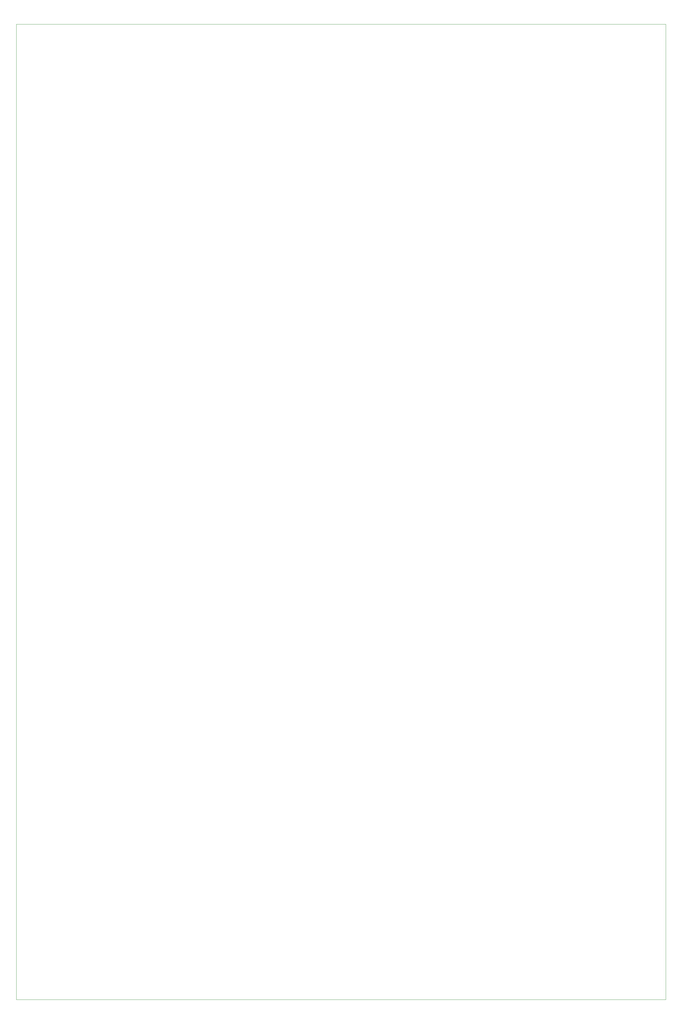
<source format=gbr>
%TF.GenerationSoftware,KiCad,Pcbnew,(5.1.7-0-10_14)*%
%TF.CreationDate,2020-11-07T14:29:28-03:00*%
%TF.ProjectId,MIDI2_out,4d494449-325f-46f7-9574-2e6b69636164,rev?*%
%TF.SameCoordinates,Original*%
%TF.FileFunction,Paste,Bot*%
%TF.FilePolarity,Positive*%
%FSLAX46Y46*%
G04 Gerber Fmt 4.6, Leading zero omitted, Abs format (unit mm)*
G04 Created by KiCad (PCBNEW (5.1.7-0-10_14)) date 2020-11-07 14:29:28*
%MOMM*%
%LPD*%
G01*
G04 APERTURE LIST*
%TA.AperFunction,Profile*%
%ADD10C,0.050000*%
%TD*%
G04 APERTURE END LIST*
D10*
X0Y0D02*
X0Y-294000000D01*
X196000000Y0D02*
X0Y0D01*
X196000000Y-294000000D02*
X196000000Y0D01*
X0Y-294000000D02*
X196000000Y-294000000D01*
M02*

</source>
